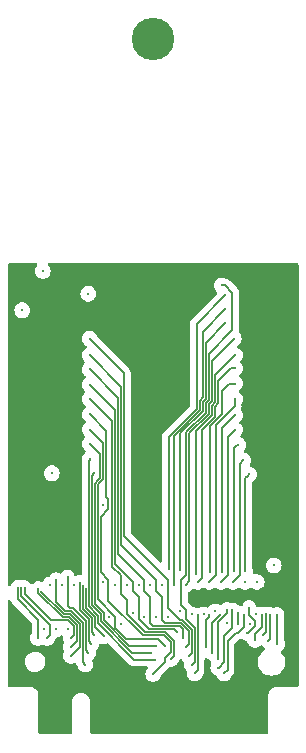
<source format=gbr>
%TF.GenerationSoftware,KiCad,Pcbnew,7.0.5*%
%TF.CreationDate,2023-09-25T03:15:30-05:00*%
%TF.ProjectId,Chimera_Nimean,4368696d-6572-4615-9f4e-696d65616e2e,rev?*%
%TF.SameCoordinates,Original*%
%TF.FileFunction,Copper,L2,Inr*%
%TF.FilePolarity,Positive*%
%FSLAX46Y46*%
G04 Gerber Fmt 4.6, Leading zero omitted, Abs format (unit mm)*
G04 Created by KiCad (PCBNEW 7.0.5) date 2023-09-25 03:15:30*
%MOMM*%
%LPD*%
G01*
G04 APERTURE LIST*
%TA.AperFunction,ComponentPad*%
%ADD10C,3.600000*%
%TD*%
%TA.AperFunction,ViaPad*%
%ADD11C,0.330000*%
%TD*%
%TA.AperFunction,Conductor*%
%ADD12C,0.127000*%
%TD*%
G04 APERTURE END LIST*
D10*
%TO.N,N/C*%
%TO.C,H1*%
X155000000Y-71000000D03*
%TD*%
D11*
%TO.N,GND*%
X164300000Y-116300000D03*
%TO.N,BOOT*%
X146400000Y-107800000D03*
%TO.N,Net-(CN1-1-Pad2)*%
X145250000Y-121750000D03*
%TO.N,Net-(CN1-1-Pad4)*%
X146000000Y-121750000D03*
%TO.N,Net-(CN1-1-Pad6)*%
X148000000Y-121750000D03*
%TO.N,Net-(CN1-1-Pad8)*%
X148000000Y-122500000D03*
%TO.N,Net-(CN1-1-Pad10)*%
X148000000Y-123250000D03*
%TO.N,Net-(CN1-20-Pad58)*%
X160500000Y-123500000D03*
%TO.N,Net-(CN1-20-Pad60)*%
X160500191Y-124250000D03*
%TO.N,Net-(CN1-20-Pad62)*%
X161000064Y-124750000D03*
%TO.N,Net-(CN1-20-Pad64)*%
X162200000Y-120600000D03*
%TO.N,Net-(CN1-1-Pad66)*%
X162900000Y-121300000D03*
%TO.N,Net-(CN1-1-Pad68)*%
X163600000Y-121900000D03*
%TO.N,Net-(CN1-1-Pad70)*%
X164250000Y-121500000D03*
%TO.N,Net-(CN1-1-Pad72)*%
X164750000Y-122000000D03*
%TO.N,Net-(CN1-1-Pad74)*%
X165500000Y-122250000D03*
%TO.N,Net-(CN1-1-Pad3)*%
X146250000Y-117250000D03*
%TO.N,Net-(CN1-1-Pad5)*%
X146750000Y-121000000D03*
%TO.N,Net-(CN1-1-Pad7)*%
X147250000Y-117250000D03*
%TO.N,Net-(CN1-1-Pad69)*%
X162750000Y-117000000D03*
%TO.N,Net-(CN1-1-Pad71)*%
X163700000Y-119750000D03*
%TO.N,Net-(CN1-1-Pad73)*%
X163750000Y-117000000D03*
%TO.N,GND*%
X153700000Y-98400000D03*
X144000000Y-92400000D03*
X156500000Y-101200000D03*
X155100000Y-101200000D03*
X155100000Y-96900000D03*
X143900000Y-106300000D03*
X156500000Y-96900000D03*
X145000000Y-95300000D03*
X153700000Y-99800000D03*
X157900000Y-99800000D03*
X148000000Y-109900000D03*
X157900000Y-98400000D03*
X164800000Y-91400000D03*
X156500000Y-98400000D03*
X155100000Y-99800000D03*
X155100000Y-98400000D03*
X146600000Y-90800000D03*
X156500000Y-99800000D03*
X147342873Y-91310718D03*
X163800000Y-115400000D03*
%TO.N,+3V3*%
X149500000Y-92600000D03*
X165200000Y-115600000D03*
X145750000Y-121000000D03*
X145625000Y-90675000D03*
X143900000Y-94000000D03*
%TO.N,IO4*%
X160800000Y-91900000D03*
X158250000Y-124000000D03*
%TO.N,IO5*%
X149600000Y-96400000D03*
X158000000Y-123250000D03*
%TO.N,IO1*%
X156250000Y-120000000D03*
X156300000Y-115900000D03*
X161100000Y-92700000D03*
%TO.N,IO6*%
X157750000Y-122500000D03*
X149600000Y-97800000D03*
%TO.N,IO2*%
X161100000Y-93900000D03*
X156750000Y-117250000D03*
%TO.N,IO7*%
X149600000Y-99000000D03*
X157500000Y-121750000D03*
%TO.N,TXD0*%
X161100000Y-95100000D03*
X157250000Y-119500000D03*
X157250000Y-116000000D03*
%TO.N,IO15*%
X157000000Y-121250000D03*
X149600000Y-100300000D03*
%TO.N,RXD0*%
X161800000Y-96400000D03*
X157750000Y-117250000D03*
%TO.N,IO16*%
X149600000Y-101500000D03*
X156500000Y-123500000D03*
%TO.N,IO42*%
X161900000Y-97800000D03*
X158600000Y-116300000D03*
X158250000Y-119750000D03*
%TO.N,IO17*%
X155000000Y-124800000D03*
X149600000Y-102800000D03*
%TO.N,IO41*%
X161900000Y-98900000D03*
X158750000Y-117000000D03*
%TO.N,IO18*%
X149600000Y-104100000D03*
X156000000Y-122400000D03*
%TO.N,IO40*%
X159800000Y-116200000D03*
X161900000Y-100200000D03*
X159250000Y-119750000D03*
%TO.N,IO8*%
X155200000Y-122400000D03*
X149600000Y-105300000D03*
%TO.N,IO39*%
X159750000Y-117000000D03*
X161900000Y-101500000D03*
%TO.N,IO19*%
X149600000Y-106600000D03*
X155173977Y-123573977D03*
%TO.N,IO38*%
X160800000Y-116200000D03*
X161900000Y-102900000D03*
X160250000Y-119500000D03*
%TO.N,IO20*%
X150000000Y-107800000D03*
X154762500Y-122987500D03*
%TO.N,IO37*%
X160750000Y-117000000D03*
X161900000Y-104100000D03*
%TO.N,IO45*%
X155750000Y-117250000D03*
%TO.N,IO36*%
X161800000Y-116100000D03*
X161250000Y-120500000D03*
X162200000Y-105400000D03*
%TO.N,IO48*%
X155250000Y-120000000D03*
%TO.N,IO35*%
X162600000Y-106700000D03*
X161750000Y-117000000D03*
%TO.N,IO47*%
X154750000Y-117250000D03*
%TO.N,BOOT*%
X162800000Y-116100000D03*
X163160605Y-120560605D03*
X163100000Y-107900000D03*
%TO.N,IO21*%
X154250000Y-120000000D03*
%TO.N,IO14*%
X153750000Y-117250000D03*
%TO.N,IO13*%
X153250000Y-119600000D03*
%TO.N,IO12*%
X152750000Y-117250000D03*
%TO.N,IO11*%
X152250000Y-120600000D03*
%TO.N,IO10*%
X151750000Y-117250000D03*
%TO.N,IO9*%
X151250000Y-120000000D03*
%TO.N,IO46*%
X150750000Y-117000000D03*
%TO.N,IO3*%
X150700000Y-110500000D03*
X148250000Y-117250000D03*
%TO.N,Net-(CN1-1-Pad9)*%
X147750000Y-121000000D03*
%TO.N,Net-(CN1-Pad20)*%
X149250000Y-124000000D03*
%TO.N,Net-(CN1-20-Pad22)*%
X149500000Y-123000000D03*
%TO.N,Net-(CN1-20-Pad24)*%
X149750000Y-122250000D03*
%TO.N,Net-(CN1-20-Pad26)*%
X150000000Y-121500000D03*
%TO.N,Net-(CN1-20-Pad28)*%
X150800000Y-121600000D03*
%TO.N,Net-(CN1-20-Pad52)*%
X158500000Y-124750000D03*
%TO.N,Net-(CN1-20-Pad54)*%
X159500000Y-122500000D03*
%TO.N,Net-(CN1-20-Pad56)*%
X160000000Y-123000000D03*
%TD*%
D12*
%TO.N,Net-(CN1-1-Pad66)*%
X163600000Y-120711645D02*
X163600000Y-120300000D01*
X163600000Y-120300000D02*
X163100000Y-119800000D01*
X163011645Y-121300000D02*
X163600000Y-120711645D01*
X162900000Y-121300000D02*
X163011645Y-121300000D01*
X163100000Y-119800000D02*
X163100000Y-119100000D01*
%TO.N,Net-(CN1-1-Pad68)*%
X163600000Y-121900000D02*
X163600000Y-121400000D01*
X164200000Y-120800000D02*
X164200000Y-119700000D01*
X163600000Y-121400000D02*
X164200000Y-120800000D01*
%TO.N,Net-(CN1-1-Pad2)*%
X143500000Y-118468420D02*
X143500000Y-117400000D01*
X145250000Y-120218420D02*
X143500000Y-118468420D01*
X145250000Y-121750000D02*
X145250000Y-120218420D01*
%TO.N,Net-(CN1-1-Pad4)*%
X146000000Y-121750000D02*
X146250000Y-121500000D01*
X146250000Y-120650000D02*
X143800000Y-118200000D01*
X146250000Y-121500000D02*
X146250000Y-120650000D01*
X143800000Y-118200000D02*
X143800000Y-117400000D01*
%TO.N,Net-(CN1-1-Pad6)*%
X147750000Y-120250000D02*
X146350000Y-120250000D01*
X146350000Y-120250000D02*
X144100000Y-118000000D01*
X144100000Y-118000000D02*
X144100000Y-117400000D01*
X148250000Y-120750000D02*
X147750000Y-120250000D01*
X148250000Y-121500000D02*
X148250000Y-120750000D01*
X148000000Y-121750000D02*
X148250000Y-121500000D01*
%TO.N,Net-(CN1-1-Pad8)*%
X145274000Y-117946370D02*
X145274000Y-117476000D01*
X148000000Y-122500000D02*
X148504000Y-121996000D01*
X147323630Y-119996000D02*
X145274000Y-117946370D01*
X148504000Y-120644790D02*
X147855210Y-119996000D01*
X147855210Y-119996000D02*
X147323630Y-119996000D01*
X148504000Y-121996000D02*
X148504000Y-120644790D01*
%TO.N,Net-(CN1-1-Pad10)*%
X147428840Y-119742000D02*
X145528000Y-117841160D01*
X145528000Y-117841160D02*
X145528000Y-117750000D01*
X147960420Y-119742000D02*
X147428840Y-119742000D01*
X148758000Y-122492000D02*
X148758000Y-120539580D01*
X148000000Y-123250000D02*
X148758000Y-122492000D01*
X148758000Y-120539580D02*
X147960420Y-119742000D01*
%TO.N,Net-(CN1-20-Pad58)*%
X161250000Y-119609210D02*
X161250000Y-119250000D01*
X160500000Y-121250000D02*
X160500000Y-120359210D01*
X160804605Y-120054605D02*
X161250000Y-119609210D01*
X160500000Y-120359210D02*
X160804605Y-120054605D01*
X160500000Y-123500000D02*
X160500000Y-121250000D01*
%TO.N,Net-(CN1-20-Pad60)*%
X160500191Y-124250000D02*
X160550000Y-124250000D01*
X161000000Y-121600000D02*
X161700000Y-120900000D01*
X161700000Y-120900000D02*
X161700000Y-119300000D01*
X161000000Y-123800000D02*
X161000000Y-121600000D01*
X160550000Y-124250000D02*
X161000000Y-123800000D01*
%TO.N,Net-(CN1-20-Pad62)*%
X161300000Y-124450064D02*
X161300000Y-122000000D01*
X162200000Y-121300000D02*
X162700000Y-120800000D01*
X161000064Y-124750000D02*
X161300000Y-124450064D01*
X162700000Y-120800000D02*
X162700000Y-119700000D01*
X162000000Y-121300000D02*
X162200000Y-121300000D01*
X161300000Y-122000000D02*
X162000000Y-121300000D01*
%TO.N,Net-(CN1-20-Pad64)*%
X162200000Y-120600000D02*
X162200000Y-119550000D01*
%TO.N,Net-(CN1-1-Pad70)*%
X164250000Y-121500000D02*
X164500000Y-121250000D01*
X164500000Y-121250000D02*
X164500000Y-119650000D01*
%TO.N,Net-(CN1-1-Pad72)*%
X164900000Y-121850000D02*
X164900000Y-121000000D01*
X164750000Y-122000000D02*
X164900000Y-121850000D01*
X164900000Y-121000000D02*
X164900000Y-119700000D01*
%TO.N,Net-(CN1-1-Pad74)*%
X165500000Y-122250000D02*
X165500000Y-119700000D01*
%TO.N,IO4*%
X158250000Y-124000000D02*
X158508000Y-123742000D01*
X158508000Y-120906790D02*
X157750000Y-120148790D01*
X159417605Y-101863975D02*
X159692000Y-101589580D01*
X157800000Y-104281580D02*
X159417605Y-102663975D01*
X159692000Y-97708000D02*
X161700000Y-95700000D01*
X159417605Y-102663975D02*
X159417605Y-101863975D01*
X158508000Y-123742000D02*
X158508000Y-120906790D01*
X157332500Y-116867500D02*
X157800000Y-116400000D01*
X161700000Y-92500000D02*
X161100000Y-91900000D01*
X161100000Y-91900000D02*
X160800000Y-91900000D01*
X159692000Y-101589580D02*
X159692000Y-97708000D01*
X157332500Y-118932500D02*
X157332500Y-116867500D01*
X161700000Y-95700000D02*
X161700000Y-92500000D01*
X157800000Y-116400000D02*
X157800000Y-104281580D01*
X157750000Y-119350000D02*
X157332500Y-118932500D01*
X157750000Y-120148790D02*
X157750000Y-119350000D01*
%TO.N,IO5*%
X156200000Y-119200000D02*
X156200000Y-117400000D01*
X156200000Y-116800000D02*
X155700000Y-116300000D01*
X158000000Y-123250000D02*
X158254000Y-122996000D01*
X156750000Y-119750000D02*
X156200000Y-119200000D01*
X155700000Y-116300000D02*
X152516000Y-113116000D01*
X156200000Y-117400000D02*
X156200000Y-116800000D01*
X152516000Y-112500000D02*
X152516000Y-99316000D01*
X158254000Y-122996000D02*
X158254000Y-121035580D01*
X157460420Y-120242000D02*
X157242000Y-120242000D01*
X152516000Y-99316000D02*
X149600000Y-96400000D01*
X157242000Y-120242000D02*
X156750000Y-119750000D01*
X158254000Y-121035580D02*
X157460420Y-120242000D01*
X152516000Y-113116000D02*
X152516000Y-112500000D01*
%TO.N,IO1*%
X156300000Y-115900000D02*
X156300000Y-104703950D01*
X158655605Y-95144395D02*
X161100000Y-92700000D01*
X156300000Y-104703950D02*
X158655605Y-102348345D01*
X158655605Y-102348345D02*
X158655605Y-95144395D01*
%TO.N,IO6*%
X152262000Y-113862000D02*
X152262000Y-113200000D01*
X158000000Y-122250000D02*
X158000000Y-121500000D01*
X155250000Y-117750000D02*
X155250000Y-116850000D01*
X152262000Y-113200000D02*
X152262000Y-100462000D01*
X154400000Y-116000000D02*
X152262000Y-113862000D01*
X157355210Y-120496000D02*
X157250000Y-120496000D01*
X155996000Y-120496000D02*
X155750000Y-120250000D01*
X157750000Y-122500000D02*
X158000000Y-122250000D01*
X152262000Y-100462000D02*
X149600000Y-97800000D01*
X157250000Y-120496000D02*
X155996000Y-120496000D01*
X158000000Y-121500000D02*
X158000000Y-121140790D01*
X155750000Y-118250000D02*
X155250000Y-117750000D01*
X158000000Y-121140790D02*
X157355210Y-120496000D01*
X155750000Y-120250000D02*
X155750000Y-118250000D01*
X155250000Y-116850000D02*
X154400000Y-116000000D01*
%TO.N,IO2*%
X158909605Y-102453555D02*
X158909605Y-101653555D01*
X159184000Y-101379160D02*
X159184000Y-95816000D01*
X156750000Y-104613160D02*
X158909605Y-102453555D01*
X159184000Y-95816000D02*
X161100000Y-93900000D01*
X156750000Y-117250000D02*
X156750000Y-104613160D01*
X158909605Y-101653555D02*
X159184000Y-101379160D01*
%TO.N,IO7*%
X154250000Y-116850000D02*
X152008000Y-114608000D01*
X157250000Y-120750000D02*
X155000000Y-120750000D01*
X154750000Y-120500000D02*
X154750000Y-118250000D01*
X152008000Y-114608000D02*
X152008000Y-101408000D01*
X157500000Y-121750000D02*
X157500000Y-121000000D01*
X154250000Y-117750000D02*
X154250000Y-116850000D01*
X154750000Y-118250000D02*
X154250000Y-117750000D01*
X157500000Y-121000000D02*
X157250000Y-120750000D01*
X152008000Y-101408000D02*
X149600000Y-99000000D01*
X155000000Y-120750000D02*
X154750000Y-120500000D01*
%TO.N,TXD0*%
X157250000Y-116000000D02*
X157300000Y-115950000D01*
X159438000Y-96762000D02*
X161100000Y-95100000D01*
X159438000Y-101484370D02*
X159438000Y-96762000D01*
X157300000Y-104422370D02*
X159163605Y-102558765D01*
X157300000Y-115950000D02*
X157300000Y-104422370D01*
X159163605Y-102558765D02*
X159163605Y-101758765D01*
X159163605Y-101758765D02*
X159438000Y-101484370D01*
%TO.N,IO15*%
X153250000Y-116996000D02*
X151754000Y-115500000D01*
X153750000Y-120150000D02*
X153750000Y-118250000D01*
X154604000Y-121004000D02*
X153750000Y-120150000D01*
X157000000Y-121250000D02*
X156754000Y-121004000D01*
X153250000Y-117750000D02*
X153250000Y-116996000D01*
X151754000Y-102454000D02*
X149600000Y-100300000D01*
X151754000Y-115500000D02*
X151754000Y-102454000D01*
X156754000Y-121004000D02*
X154604000Y-121004000D01*
X153750000Y-118250000D02*
X153250000Y-117750000D01*
%TO.N,RXD0*%
X159946000Y-101694790D02*
X159946000Y-98254000D01*
X158054000Y-116946000D02*
X158054000Y-104386790D01*
X158054000Y-104386790D02*
X159671605Y-102769185D01*
X159946000Y-98254000D02*
X161800000Y-96400000D01*
X159671605Y-102769185D02*
X159671605Y-101969185D01*
X157750000Y-117250000D02*
X158054000Y-116946000D01*
X159671605Y-101969185D02*
X159946000Y-101694790D01*
%TO.N,IO16*%
X156500000Y-123500000D02*
X156750000Y-123250000D01*
X156008000Y-121258000D02*
X154258000Y-121258000D01*
X152250000Y-118000000D02*
X152250000Y-116450000D01*
X151500000Y-103400000D02*
X149600000Y-101500000D01*
X152250000Y-116450000D02*
X151500000Y-115700000D01*
X152750000Y-118500000D02*
X152250000Y-118000000D01*
X152750000Y-119750000D02*
X152750000Y-118500000D01*
X151500000Y-115700000D02*
X151500000Y-103400000D01*
X156750000Y-122000000D02*
X156008000Y-121258000D01*
X154258000Y-121258000D02*
X152750000Y-119750000D01*
X156750000Y-123250000D02*
X156750000Y-122000000D01*
%TO.N,IO42*%
X158600000Y-116300000D02*
X158600000Y-104200000D01*
X159925605Y-102874395D02*
X159925605Y-102074395D01*
X160200000Y-101800000D02*
X160200000Y-99500000D01*
X160200000Y-99500000D02*
X161900000Y-97800000D01*
X158600000Y-104200000D02*
X159925605Y-102874395D01*
X159925605Y-102074395D02*
X160200000Y-101800000D01*
%TO.N,IO17*%
X156000000Y-123800000D02*
X156000000Y-123400000D01*
X150528000Y-116128000D02*
X150528000Y-111472000D01*
X151008000Y-109808000D02*
X151008000Y-104208000D01*
X156496000Y-122105210D02*
X155902790Y-121512000D01*
X155902790Y-121512000D02*
X154088000Y-121512000D01*
X151200000Y-110000000D02*
X151008000Y-109808000D01*
X156000000Y-123400000D02*
X156496000Y-122904000D01*
X151200000Y-116800000D02*
X150528000Y-116128000D01*
X150528000Y-111472000D02*
X151200000Y-110800000D01*
X151200000Y-118624000D02*
X151200000Y-116800000D01*
X155000000Y-124800000D02*
X156000000Y-123800000D01*
X151008000Y-104208000D02*
X149600000Y-102800000D01*
X156496000Y-122904000D02*
X156496000Y-122105210D01*
X154088000Y-121512000D02*
X151200000Y-118624000D01*
X151200000Y-110800000D02*
X151200000Y-110000000D01*
%TO.N,IO41*%
X160500000Y-100000000D02*
X161600000Y-98900000D01*
X159100000Y-104100000D02*
X160179605Y-103020395D01*
X158750000Y-117000000D02*
X159100000Y-116650000D01*
X160179605Y-102179605D02*
X160500000Y-101859210D01*
X159100000Y-116650000D02*
X159100000Y-104100000D01*
X160179605Y-103020395D02*
X160179605Y-102179605D01*
X161600000Y-98900000D02*
X161900000Y-98900000D01*
X160500000Y-101859210D02*
X160500000Y-100000000D01*
%TO.N,IO18*%
X156000000Y-122400000D02*
X155400000Y-121800000D01*
X150754000Y-108305210D02*
X150754000Y-107900000D01*
X150274000Y-108785210D02*
X150429605Y-108629605D01*
X150274000Y-116000000D02*
X150274000Y-108785210D01*
X150274000Y-118424000D02*
X150274000Y-117674000D01*
X150754000Y-107900000D02*
X150754000Y-105254000D01*
X151788815Y-119938815D02*
X150274000Y-118424000D01*
X150429605Y-108629605D02*
X150754000Y-108305210D01*
X150274000Y-117674000D02*
X150274000Y-116000000D01*
X150754000Y-105254000D02*
X149600000Y-104100000D01*
X151788815Y-120870395D02*
X151788815Y-119938815D01*
X155400000Y-121800000D02*
X152718420Y-121800000D01*
X152718420Y-121800000D02*
X151788815Y-120870395D01*
%TO.N,IO40*%
X160800000Y-100800000D02*
X161400000Y-100200000D01*
X161400000Y-100200000D02*
X161900000Y-100200000D01*
X160800000Y-102800000D02*
X160800000Y-100800000D01*
X159800000Y-103800000D02*
X160800000Y-102800000D01*
X159800000Y-116200000D02*
X159800000Y-103800000D01*
%TO.N,IO8*%
X150020000Y-108680000D02*
X150300000Y-108400000D01*
X150500000Y-108200000D02*
X150500000Y-107500000D01*
X150300000Y-108400000D02*
X150500000Y-108200000D01*
X150020000Y-118864740D02*
X150020000Y-117820000D01*
X155200000Y-122400000D02*
X152959210Y-122400000D01*
X150020000Y-117568790D02*
X150020000Y-116800000D01*
X150790000Y-120230790D02*
X150790000Y-119634740D01*
X150020000Y-110900000D02*
X150020000Y-108680000D01*
X150020000Y-117820000D02*
X150020000Y-117568790D01*
X150020000Y-116800000D02*
X150020000Y-111400000D01*
X150020000Y-111400000D02*
X150020000Y-110920000D01*
X150500000Y-107500000D02*
X150500000Y-106200000D01*
X152959210Y-122400000D02*
X150790000Y-120230790D01*
X150790000Y-119634740D02*
X150020000Y-118864740D01*
X150500000Y-106200000D02*
X149600000Y-105300000D01*
X150020000Y-110920000D02*
X150020000Y-110900000D01*
%TO.N,IO39*%
X160300000Y-116450000D02*
X160300000Y-103700000D01*
X161900000Y-102100000D02*
X161900000Y-101500000D01*
X159750000Y-117000000D02*
X160300000Y-116450000D01*
X160300000Y-103700000D02*
X161900000Y-102100000D01*
%TO.N,IO19*%
X155173977Y-123573977D02*
X153373977Y-123573977D01*
X150282000Y-119845160D02*
X149512000Y-119075160D01*
X153373977Y-123573977D02*
X150282000Y-120482000D01*
X149512000Y-106788000D02*
X149600000Y-106700000D01*
X149600000Y-106700000D02*
X149600000Y-106600000D01*
X150282000Y-120482000D02*
X150282000Y-119845160D01*
X149512000Y-117750000D02*
X149512000Y-106788000D01*
X149512000Y-119075160D02*
X149512000Y-117750000D01*
%TO.N,IO38*%
X160800000Y-104000000D02*
X161900000Y-102900000D01*
X160800000Y-116200000D02*
X160800000Y-104000000D01*
%TO.N,IO20*%
X153187500Y-122987500D02*
X150536000Y-120336000D01*
X149766000Y-118969950D02*
X149766000Y-118000000D01*
X149766000Y-118000000D02*
X149766000Y-108034000D01*
X150536000Y-119739950D02*
X149766000Y-118969950D01*
X149766000Y-108034000D02*
X150000000Y-107800000D01*
X150536000Y-120336000D02*
X150536000Y-119739950D01*
X154762500Y-122987500D02*
X153187500Y-122987500D01*
%TO.N,IO37*%
X161300000Y-115000000D02*
X161300000Y-104700000D01*
X161300000Y-116450000D02*
X161300000Y-115000000D01*
X161300000Y-104700000D02*
X161900000Y-104100000D01*
X160750000Y-117000000D02*
X161300000Y-116450000D01*
%TO.N,IO36*%
X161800000Y-116100000D02*
X161800000Y-105700000D01*
X161800000Y-105700000D02*
X162100000Y-105400000D01*
X162100000Y-105400000D02*
X162200000Y-105400000D01*
%TO.N,IO35*%
X162300000Y-115200000D02*
X162300000Y-107000000D01*
X162300000Y-107000000D02*
X162600000Y-106700000D01*
X161750000Y-117000000D02*
X162300000Y-116450000D01*
X162300000Y-116450000D02*
X162300000Y-115200000D01*
%TO.N,BOOT*%
X162800000Y-108200000D02*
X163000000Y-108000000D01*
X163000000Y-108000000D02*
X163100000Y-107900000D01*
X162800000Y-116100000D02*
X162800000Y-108200000D01*
%TO.N,Net-(CN1-Pad20)*%
X147534050Y-119488000D02*
X146750000Y-118703950D01*
X149012000Y-123762000D02*
X149012000Y-120434370D01*
X148065630Y-119488000D02*
X147534050Y-119488000D01*
X146750000Y-118703950D02*
X146750000Y-116750000D01*
X149012000Y-120434370D02*
X148065630Y-119488000D01*
X149250000Y-124000000D02*
X149012000Y-123762000D01*
%TO.N,Net-(CN1-20-Pad22)*%
X149266000Y-120266000D02*
X148234000Y-119234000D01*
X147960420Y-119234000D02*
X147750000Y-119023580D01*
X147750000Y-119023580D02*
X147750000Y-116500000D01*
X149266000Y-122766000D02*
X149266000Y-120266000D01*
X149500000Y-123000000D02*
X149266000Y-122766000D01*
X148234000Y-119234000D02*
X147960420Y-119234000D01*
%TO.N,Net-(CN1-20-Pad24)*%
X149520000Y-122020000D02*
X149520000Y-120160790D01*
X149520000Y-120160790D02*
X148750000Y-119390790D01*
X149750000Y-122250000D02*
X149520000Y-122020000D01*
X148750000Y-119390790D02*
X148750000Y-117000000D01*
%TO.N,Net-(CN1-20-Pad26)*%
X149004000Y-119285580D02*
X149004000Y-117250000D01*
X150000000Y-121500000D02*
X149774000Y-121274000D01*
X149774000Y-120055580D02*
X149004000Y-119285580D01*
X149774000Y-121274000D02*
X149774000Y-120055580D01*
%TO.N,Net-(CN1-20-Pad28)*%
X150028000Y-119950370D02*
X149258000Y-119180370D01*
X150800000Y-121600000D02*
X150028000Y-120828000D01*
X149258000Y-119180370D02*
X149258000Y-117500000D01*
X150028000Y-120828000D02*
X150028000Y-119950370D01*
%TO.N,Net-(CN1-20-Pad52)*%
X158500000Y-124750000D02*
X158762000Y-124488000D01*
X158762000Y-122750000D02*
X158762000Y-119762000D01*
X158762000Y-119762000D02*
X158750000Y-119750000D01*
X158762000Y-124488000D02*
X158762000Y-122750000D01*
%TO.N,Net-(CN1-20-Pad54)*%
X159500000Y-122500000D02*
X159500000Y-120250000D01*
X159750000Y-120000000D02*
X159750000Y-119750000D01*
X159500000Y-120250000D02*
X159750000Y-120000000D01*
%TO.N,Net-(CN1-20-Pad56)*%
X160000000Y-123000000D02*
X160000000Y-120500000D01*
X160000000Y-120500000D02*
X160750000Y-119750000D01*
%TD*%
%TA.AperFunction,Conductor*%
%TO.N,GND*%
G36*
X145123410Y-90019685D02*
G01*
X145169165Y-90072489D01*
X145179109Y-90141647D01*
X145150084Y-90205203D01*
X145138599Y-90216815D01*
X145123207Y-90230450D01*
X145123205Y-90230453D01*
X145031402Y-90363453D01*
X145031401Y-90363454D01*
X144974091Y-90514565D01*
X144954612Y-90674999D01*
X144954612Y-90675000D01*
X144974091Y-90835434D01*
X145031400Y-90986545D01*
X145031401Y-90986545D01*
X145123207Y-91119549D01*
X145244176Y-91226719D01*
X145387277Y-91301824D01*
X145544194Y-91340500D01*
X145705806Y-91340500D01*
X145862723Y-91301824D01*
X146005824Y-91226719D01*
X146126793Y-91119549D01*
X146218599Y-90986545D01*
X146275908Y-90835434D01*
X146295388Y-90675000D01*
X146275908Y-90514566D01*
X146218599Y-90363455D01*
X146126793Y-90230451D01*
X146111400Y-90216814D01*
X146074275Y-90157625D01*
X146075043Y-90087759D01*
X146113461Y-90029400D01*
X146177332Y-90001076D01*
X146193629Y-90000000D01*
X167175500Y-90000000D01*
X167242539Y-90019685D01*
X167288294Y-90072489D01*
X167299500Y-90124000D01*
X167299500Y-125775500D01*
X167279815Y-125842539D01*
X167227011Y-125888294D01*
X167175500Y-125899500D01*
X165356005Y-125899500D01*
X165220677Y-125926418D01*
X165220667Y-125926421D01*
X165093195Y-125979221D01*
X165093182Y-125979228D01*
X164978458Y-126055885D01*
X164978454Y-126055888D01*
X164880888Y-126153454D01*
X164880885Y-126153458D01*
X164804228Y-126268182D01*
X164804221Y-126268195D01*
X164751421Y-126395667D01*
X164751418Y-126395677D01*
X164724500Y-126531004D01*
X164724500Y-129775500D01*
X164704815Y-129842539D01*
X164652011Y-129888294D01*
X164600500Y-129899500D01*
X149799500Y-129899500D01*
X149732461Y-129879815D01*
X149686706Y-129827011D01*
X149675500Y-129775500D01*
X149675500Y-127115864D01*
X149640514Y-126951269D01*
X149640512Y-126951264D01*
X149616832Y-126898078D01*
X149572072Y-126797546D01*
X149473164Y-126661411D01*
X149348114Y-126548815D01*
X149202386Y-126464679D01*
X149202380Y-126464676D01*
X149042353Y-126412681D01*
X149042350Y-126412680D01*
X148875000Y-126395091D01*
X148707650Y-126412680D01*
X148707647Y-126412680D01*
X148707646Y-126412681D01*
X148547619Y-126464676D01*
X148547613Y-126464679D01*
X148401887Y-126548814D01*
X148276837Y-126661409D01*
X148177927Y-126797546D01*
X148109487Y-126951264D01*
X148109485Y-126951269D01*
X148074500Y-127115864D01*
X148074500Y-129775500D01*
X148054815Y-129842539D01*
X148002011Y-129888294D01*
X147950500Y-129899500D01*
X145399500Y-129899500D01*
X145332461Y-129879815D01*
X145286706Y-129827011D01*
X145275500Y-129775500D01*
X145275500Y-126531004D01*
X145248581Y-126395677D01*
X145248580Y-126395676D01*
X145248580Y-126395672D01*
X145209159Y-126300500D01*
X145195778Y-126268195D01*
X145195771Y-126268182D01*
X145119114Y-126153458D01*
X145119111Y-126153454D01*
X145021545Y-126055888D01*
X145021541Y-126055885D01*
X144906817Y-125979228D01*
X144906804Y-125979221D01*
X144779332Y-125926421D01*
X144779322Y-125926418D01*
X144643995Y-125899500D01*
X144643993Y-125899500D01*
X144597590Y-125899500D01*
X144022590Y-125899500D01*
X142824500Y-125899500D01*
X142757461Y-125879815D01*
X142711706Y-125827011D01*
X142700500Y-125775500D01*
X142700500Y-123728296D01*
X144141786Y-123728296D01*
X144151848Y-123913886D01*
X144151848Y-123913891D01*
X144201569Y-124092972D01*
X144201573Y-124092980D01*
X144288633Y-124257192D01*
X144372097Y-124355453D01*
X144408959Y-124398850D01*
X144556925Y-124511331D01*
X144556926Y-124511331D01*
X144556927Y-124511332D01*
X144725607Y-124589372D01*
X144725615Y-124589375D01*
X144780684Y-124601496D01*
X144907131Y-124629329D01*
X144907134Y-124629329D01*
X145046391Y-124629329D01*
X145046396Y-124629329D01*
X145184839Y-124614272D01*
X145360975Y-124554925D01*
X145520235Y-124459102D01*
X145655172Y-124331283D01*
X145759477Y-124177444D01*
X145764236Y-124165500D01*
X145828272Y-124004784D01*
X145828273Y-124004780D01*
X145858342Y-123821364D01*
X145848280Y-123635771D01*
X145831433Y-123575092D01*
X145798558Y-123456685D01*
X145798554Y-123456677D01*
X145711494Y-123292465D01*
X145591169Y-123150808D01*
X145580279Y-123142530D01*
X145443203Y-123038327D01*
X145443201Y-123038326D01*
X145443200Y-123038325D01*
X145274520Y-122960285D01*
X145274512Y-122960282D01*
X145092997Y-122920329D01*
X144953732Y-122920329D01*
X144953730Y-122920329D01*
X144815290Y-122935385D01*
X144815287Y-122935386D01*
X144639147Y-122994735D01*
X144479891Y-123090557D01*
X144479890Y-123090558D01*
X144344954Y-123218375D01*
X144240649Y-123372216D01*
X144240648Y-123372218D01*
X144171855Y-123544873D01*
X144154204Y-123652544D01*
X144147318Y-123694553D01*
X144141786Y-123728296D01*
X142700500Y-123728296D01*
X142700500Y-118608459D01*
X142720185Y-118541420D01*
X142772989Y-118495665D01*
X142842147Y-118485721D01*
X142905703Y-118514746D01*
X142943477Y-118573524D01*
X142947438Y-118592270D01*
X142949570Y-118608459D01*
X142950517Y-118615653D01*
X142950517Y-118615654D01*
X143007347Y-118752854D01*
X143060345Y-118821923D01*
X143097749Y-118870669D01*
X143124103Y-118890891D01*
X143130208Y-118896245D01*
X144649681Y-120415718D01*
X144683166Y-120477041D01*
X144686000Y-120503399D01*
X144686000Y-121356933D01*
X144666315Y-121423972D01*
X144664051Y-121427372D01*
X144656401Y-121438454D01*
X144599091Y-121589565D01*
X144579612Y-121749999D01*
X144579612Y-121750000D01*
X144599091Y-121910434D01*
X144627441Y-121985185D01*
X144656401Y-122061545D01*
X144748207Y-122194549D01*
X144869176Y-122301719D01*
X145012277Y-122376824D01*
X145169194Y-122415500D01*
X145330806Y-122415500D01*
X145487723Y-122376824D01*
X145567376Y-122335018D01*
X145635882Y-122321293D01*
X145682621Y-122335017D01*
X145762277Y-122376824D01*
X145919194Y-122415500D01*
X146080806Y-122415500D01*
X146237723Y-122376824D01*
X146380824Y-122301719D01*
X146501793Y-122194549D01*
X146593599Y-122061545D01*
X146649270Y-121914751D01*
X146666827Y-121883252D01*
X146742653Y-121784433D01*
X146763497Y-121734109D01*
X146807336Y-121679709D01*
X146848379Y-121661168D01*
X146987723Y-121626824D01*
X147130824Y-121551719D01*
X147135811Y-121547300D01*
X147199037Y-121517575D01*
X147268301Y-121526752D01*
X147321609Y-121571918D01*
X147342035Y-121638735D01*
X147341139Y-121655055D01*
X147329612Y-121749998D01*
X147329612Y-121750000D01*
X147349091Y-121910434D01*
X147406399Y-122061541D01*
X147409462Y-122067376D01*
X147423185Y-122135885D01*
X147409462Y-122182624D01*
X147406399Y-122188458D01*
X147349091Y-122339565D01*
X147329612Y-122499999D01*
X147329612Y-122500000D01*
X147349091Y-122660434D01*
X147406399Y-122811541D01*
X147409462Y-122817376D01*
X147423185Y-122885885D01*
X147409462Y-122932624D01*
X147406399Y-122938458D01*
X147349091Y-123089565D01*
X147329612Y-123249999D01*
X147329612Y-123250000D01*
X147349091Y-123410434D01*
X147373460Y-123474688D01*
X147406401Y-123561545D01*
X147498207Y-123694549D01*
X147619176Y-123801719D01*
X147762277Y-123876824D01*
X147919194Y-123915500D01*
X148080806Y-123915500D01*
X148237723Y-123876824D01*
X148291120Y-123848798D01*
X148359629Y-123835073D01*
X148424682Y-123860566D01*
X148463307Y-123911142D01*
X148519346Y-124046431D01*
X148519349Y-124046436D01*
X148534844Y-124066630D01*
X148580438Y-124126051D01*
X148598003Y-124157564D01*
X148622620Y-124222473D01*
X148648850Y-124291636D01*
X148656402Y-124311547D01*
X148733811Y-124423693D01*
X148748207Y-124444549D01*
X148869176Y-124551719D01*
X149012277Y-124626824D01*
X149169194Y-124665500D01*
X149330806Y-124665500D01*
X149487723Y-124626824D01*
X149630824Y-124551719D01*
X149751793Y-124444549D01*
X149843599Y-124311545D01*
X149900908Y-124160434D01*
X149920388Y-124000000D01*
X149920257Y-123998925D01*
X149900908Y-123839566D01*
X149885113Y-123797918D01*
X149844494Y-123690816D01*
X149839128Y-123621158D01*
X149872275Y-123559651D01*
X149878210Y-123554034D01*
X149880821Y-123551720D01*
X149880824Y-123551719D01*
X150001793Y-123444549D01*
X150093599Y-123311545D01*
X150150908Y-123160434D01*
X150170388Y-123000000D01*
X150152652Y-122853932D01*
X150164112Y-122785011D01*
X150193522Y-122746172D01*
X150251792Y-122694550D01*
X150271844Y-122665500D01*
X150343599Y-122561545D01*
X150400908Y-122410434D01*
X150410372Y-122332487D01*
X150437993Y-122268310D01*
X150495927Y-122229253D01*
X150563141Y-122227037D01*
X150719194Y-122265500D01*
X150880806Y-122265500D01*
X151037723Y-122226824D01*
X151082510Y-122203317D01*
X151151017Y-122189592D01*
X151216070Y-122215084D01*
X151227816Y-122225433D01*
X152946149Y-123943766D01*
X152951500Y-123949867D01*
X152971727Y-123976227D01*
X153001308Y-123998925D01*
X153001309Y-123998926D01*
X153042369Y-124030431D01*
X153089542Y-124066629D01*
X153089543Y-124066629D01*
X153089544Y-124066630D01*
X153153139Y-124092972D01*
X153226743Y-124123460D01*
X153373976Y-124142845D01*
X153373977Y-124142845D01*
X153406919Y-124138507D01*
X153415020Y-124137977D01*
X154416723Y-124137977D01*
X154483762Y-124157662D01*
X154529517Y-124210466D01*
X154539461Y-124279624D01*
X154510436Y-124343180D01*
X154498953Y-124354790D01*
X154498209Y-124355448D01*
X154498205Y-124355453D01*
X154406402Y-124488453D01*
X154406401Y-124488454D01*
X154349091Y-124639565D01*
X154329612Y-124799999D01*
X154329612Y-124800000D01*
X154349091Y-124960434D01*
X154387439Y-125061547D01*
X154406401Y-125111545D01*
X154498207Y-125244549D01*
X154619176Y-125351719D01*
X154762277Y-125426824D01*
X154919194Y-125465500D01*
X155080806Y-125465500D01*
X155237723Y-125426824D01*
X155380824Y-125351719D01*
X155501793Y-125244549D01*
X155593599Y-125111545D01*
X155649856Y-124963205D01*
X155678113Y-124919502D01*
X156369803Y-124227812D01*
X156375888Y-124222476D01*
X156402250Y-124202250D01*
X156402250Y-124202249D01*
X156402682Y-124201819D01*
X156403134Y-124201571D01*
X156408701Y-124197301D01*
X156409366Y-124198168D01*
X156464005Y-124168334D01*
X156490363Y-124165500D01*
X156580806Y-124165500D01*
X156737723Y-124126824D01*
X156880824Y-124051719D01*
X157001793Y-123944549D01*
X157093599Y-123811545D01*
X157149270Y-123664751D01*
X157166827Y-123633252D01*
X157215328Y-123570042D01*
X157271754Y-123528843D01*
X157341500Y-123524688D01*
X157402421Y-123558901D01*
X157415750Y-123575090D01*
X157498207Y-123694549D01*
X157498209Y-123694551D01*
X157498211Y-123694553D01*
X157556478Y-123746173D01*
X157593605Y-123805362D01*
X157597347Y-123853934D01*
X157579612Y-123999999D01*
X157579612Y-124000000D01*
X157599091Y-124160434D01*
X157648853Y-124291642D01*
X157656401Y-124311545D01*
X157748207Y-124444549D01*
X157748209Y-124444551D01*
X157748211Y-124444553D01*
X157806478Y-124496173D01*
X157843605Y-124555362D01*
X157847347Y-124603934D01*
X157829612Y-124749999D01*
X157829612Y-124750000D01*
X157849091Y-124910434D01*
X157869107Y-124963210D01*
X157906401Y-125061545D01*
X157998207Y-125194549D01*
X158119176Y-125301719D01*
X158262277Y-125376824D01*
X158419194Y-125415500D01*
X158580806Y-125415500D01*
X158737723Y-125376824D01*
X158880824Y-125301719D01*
X159001793Y-125194549D01*
X159093599Y-125061545D01*
X159146540Y-124921950D01*
X159164106Y-124890437D01*
X159164248Y-124890250D01*
X159164250Y-124890250D01*
X159219024Y-124818867D01*
X159254653Y-124772433D01*
X159311483Y-124635234D01*
X159330867Y-124488000D01*
X159326530Y-124455063D01*
X159326000Y-124446963D01*
X159326000Y-123567503D01*
X159345685Y-123500464D01*
X159398489Y-123454709D01*
X159467647Y-123444765D01*
X159531203Y-123473790D01*
X159532105Y-123474580D01*
X159619176Y-123551719D01*
X159762277Y-123626824D01*
X159780792Y-123631387D01*
X159841172Y-123666540D01*
X159867059Y-123707811D01*
X159906401Y-123811545D01*
X159906405Y-123811551D01*
X159909557Y-123817557D01*
X159923280Y-123886066D01*
X159909560Y-123932798D01*
X159906594Y-123938450D01*
X159849282Y-124089565D01*
X159829803Y-124249999D01*
X159829803Y-124250000D01*
X159849282Y-124410434D01*
X159901424Y-124547918D01*
X159906592Y-124561545D01*
X159998398Y-124694549D01*
X160119367Y-124801719D01*
X160215768Y-124852314D01*
X160262468Y-124876824D01*
X160280844Y-124881353D01*
X160341224Y-124916509D01*
X160367111Y-124957778D01*
X160369171Y-124963210D01*
X160406465Y-125061545D01*
X160498271Y-125194549D01*
X160619240Y-125301719D01*
X160762341Y-125376824D01*
X160919258Y-125415500D01*
X161080870Y-125415500D01*
X161237787Y-125376824D01*
X161380888Y-125301719D01*
X161501857Y-125194549D01*
X161593663Y-125061545D01*
X161648518Y-124916903D01*
X161688976Y-124862499D01*
X161702250Y-124852314D01*
X161724949Y-124822732D01*
X161792654Y-124734497D01*
X161849483Y-124597297D01*
X161850018Y-124593238D01*
X161850502Y-124589566D01*
X161855778Y-124549484D01*
X161868868Y-124450064D01*
X161868868Y-124450063D01*
X161864531Y-124417122D01*
X161864000Y-124409020D01*
X161864000Y-122284978D01*
X161883685Y-122217939D01*
X161900319Y-122197297D01*
X162037788Y-122059828D01*
X162203346Y-121894269D01*
X162264667Y-121860786D01*
X162274823Y-121859016D01*
X162347234Y-121849483D01*
X162391036Y-121831338D01*
X162460504Y-121823869D01*
X162512029Y-121848871D01*
X162513004Y-121847459D01*
X162519173Y-121851717D01*
X162519174Y-121851717D01*
X162519176Y-121851719D01*
X162662277Y-121926824D01*
X162819194Y-121965500D01*
X162828545Y-121965500D01*
X162895584Y-121985185D01*
X162941339Y-122037989D01*
X162948943Y-122059828D01*
X162949093Y-122060438D01*
X162977707Y-122135885D01*
X163006401Y-122211545D01*
X163098207Y-122344549D01*
X163219176Y-122451719D01*
X163362277Y-122526824D01*
X163519194Y-122565500D01*
X163680806Y-122565500D01*
X163837723Y-122526824D01*
X163980824Y-122451719D01*
X164045050Y-122394818D01*
X164108281Y-122365099D01*
X164177544Y-122374281D01*
X164229325Y-122417194D01*
X164248207Y-122444549D01*
X164369176Y-122551719D01*
X164387898Y-122561545D01*
X164396474Y-122566046D01*
X164446687Y-122614631D01*
X164462662Y-122682650D01*
X164439327Y-122748508D01*
X164394127Y-122786840D01*
X164389694Y-122789047D01*
X164261461Y-122885885D01*
X164218950Y-122917988D01*
X164074806Y-123076107D01*
X164074804Y-123076108D01*
X164074802Y-123076112D01*
X164074800Y-123076115D01*
X163962172Y-123258015D01*
X163962170Y-123258021D01*
X163948826Y-123292467D01*
X163884879Y-123457532D01*
X163845564Y-123667849D01*
X163845564Y-123881809D01*
X163884879Y-124092126D01*
X163962170Y-124291636D01*
X163962172Y-124291642D01*
X164074800Y-124473542D01*
X164074806Y-124473551D01*
X164218950Y-124631670D01*
X164389694Y-124760610D01*
X164472253Y-124801719D01*
X164581222Y-124855979D01*
X164581228Y-124855982D01*
X164757129Y-124906029D01*
X164787016Y-124914533D01*
X164946689Y-124929329D01*
X164946692Y-124929329D01*
X165053436Y-124929329D01*
X165053439Y-124929329D01*
X165213112Y-124914533D01*
X165301064Y-124889508D01*
X165418899Y-124855982D01*
X165418901Y-124855980D01*
X165418904Y-124855980D01*
X165610434Y-124760610D01*
X165781178Y-124631670D01*
X165925322Y-124473551D01*
X166037957Y-124291639D01*
X166115249Y-124092126D01*
X166154564Y-123881809D01*
X166154564Y-123667849D01*
X166115249Y-123457532D01*
X166037957Y-123258019D01*
X166032991Y-123249999D01*
X165925327Y-123076115D01*
X165925325Y-123076112D01*
X165925322Y-123076107D01*
X165849935Y-122993411D01*
X165819320Y-122930608D01*
X165827518Y-122861221D01*
X165871928Y-122807281D01*
X165878279Y-122803475D01*
X165880819Y-122801722D01*
X165880820Y-122801721D01*
X165880824Y-122801719D01*
X166001793Y-122694549D01*
X166093599Y-122561545D01*
X166150908Y-122410434D01*
X166170388Y-122250000D01*
X166166149Y-122215084D01*
X166150908Y-122089565D01*
X166111321Y-121985185D01*
X166093599Y-121938455D01*
X166085948Y-121927371D01*
X166064067Y-121861017D01*
X166064000Y-121856933D01*
X166064000Y-119663038D01*
X166063999Y-119663024D01*
X166063265Y-119657451D01*
X166049483Y-119552766D01*
X165992653Y-119415567D01*
X165992652Y-119415566D01*
X165992652Y-119415565D01*
X165902252Y-119297751D01*
X165784435Y-119207347D01*
X165682416Y-119165090D01*
X165647234Y-119150517D01*
X165526889Y-119134673D01*
X165500001Y-119131133D01*
X165499999Y-119131133D01*
X165352766Y-119150517D01*
X165352762Y-119150518D01*
X165247452Y-119194139D01*
X165177983Y-119201608D01*
X165152548Y-119194139D01*
X165047237Y-119150518D01*
X165047235Y-119150517D01*
X165047234Y-119150517D01*
X164926889Y-119134673D01*
X164900001Y-119131133D01*
X164899999Y-119131133D01*
X164797224Y-119144663D01*
X164733587Y-119136285D01*
X164647237Y-119100518D01*
X164647235Y-119100517D01*
X164647234Y-119100517D01*
X164525575Y-119084500D01*
X164500001Y-119081133D01*
X164499999Y-119081133D01*
X164352766Y-119100517D01*
X164290529Y-119126296D01*
X164226894Y-119134673D01*
X164200003Y-119131133D01*
X164199999Y-119131133D01*
X164173111Y-119134673D01*
X164052766Y-119150517D01*
X164052765Y-119150517D01*
X164044709Y-119151578D01*
X164044346Y-119148821D01*
X163988032Y-119147472D01*
X163968185Y-119139164D01*
X163937723Y-119123176D01*
X163937722Y-119123175D01*
X163937721Y-119123175D01*
X163780806Y-119084500D01*
X163775571Y-119084500D01*
X163708532Y-119064815D01*
X163662777Y-119012011D01*
X163652632Y-118976686D01*
X163651896Y-118971097D01*
X163649483Y-118952766D01*
X163592653Y-118815567D01*
X163592652Y-118815566D01*
X163592652Y-118815565D01*
X163502252Y-118697751D01*
X163384435Y-118607347D01*
X163302778Y-118573524D01*
X163247234Y-118550517D01*
X163173616Y-118540825D01*
X163100001Y-118531133D01*
X163099999Y-118531133D01*
X162952766Y-118550517D01*
X162952765Y-118550517D01*
X162815565Y-118607347D01*
X162697750Y-118697750D01*
X162607347Y-118815565D01*
X162551317Y-118950834D01*
X162507476Y-119005237D01*
X162441181Y-119027302D01*
X162389305Y-119017943D01*
X162358629Y-119005237D01*
X162347234Y-119000517D01*
X162327702Y-118997945D01*
X162213359Y-118982891D01*
X162149462Y-118954624D01*
X162131169Y-118935439D01*
X162131052Y-118935287D01*
X162102250Y-118897750D01*
X162102248Y-118897749D01*
X162102248Y-118897748D01*
X161984435Y-118807347D01*
X161915833Y-118778932D01*
X161847234Y-118750517D01*
X161718868Y-118733617D01*
X161700001Y-118731133D01*
X161699998Y-118731133D01*
X161559284Y-118749658D01*
X161495647Y-118741280D01*
X161397237Y-118700518D01*
X161397235Y-118700517D01*
X161397234Y-118700517D01*
X161323616Y-118690825D01*
X161250001Y-118681133D01*
X161249999Y-118681133D01*
X161102766Y-118700517D01*
X161102765Y-118700517D01*
X160965565Y-118757347D01*
X160847749Y-118847750D01*
X160793986Y-118917816D01*
X160737558Y-118959018D01*
X160667812Y-118963173D01*
X160638305Y-118950166D01*
X160637466Y-118951767D01*
X160487722Y-118873175D01*
X160330806Y-118834500D01*
X160169194Y-118834500D01*
X160012277Y-118873175D01*
X159869177Y-118948280D01*
X159748207Y-119055450D01*
X159748203Y-119055455D01*
X159707023Y-119115114D01*
X159652740Y-119159104D01*
X159583291Y-119166762D01*
X159547349Y-119154470D01*
X159487722Y-119123175D01*
X159330806Y-119084500D01*
X159169194Y-119084500D01*
X159012274Y-119123176D01*
X159012270Y-119123178D01*
X158906215Y-119178839D01*
X158837707Y-119192563D01*
X158832407Y-119191981D01*
X158750003Y-119181133D01*
X158749997Y-119181133D01*
X158667591Y-119191981D01*
X158598556Y-119181215D01*
X158593782Y-119178839D01*
X158487722Y-119123175D01*
X158330806Y-119084500D01*
X158318331Y-119084500D01*
X158251292Y-119064815D01*
X158219955Y-119035986D01*
X158206110Y-119017943D01*
X158152250Y-118947750D01*
X158133176Y-118933114D01*
X158125890Y-118927523D01*
X158119786Y-118922170D01*
X157932819Y-118735202D01*
X157899334Y-118673879D01*
X157896500Y-118647521D01*
X157896500Y-117996456D01*
X157916185Y-117929417D01*
X157968989Y-117883662D01*
X157980739Y-117879570D01*
X157980707Y-117879485D01*
X157987719Y-117876825D01*
X157987719Y-117876824D01*
X157987723Y-117876824D01*
X158130824Y-117801719D01*
X158251793Y-117694549D01*
X158292976Y-117634883D01*
X158347255Y-117590896D01*
X158416704Y-117583236D01*
X158452649Y-117595529D01*
X158512277Y-117626824D01*
X158669194Y-117665500D01*
X158830806Y-117665500D01*
X158987723Y-117626824D01*
X159130824Y-117551719D01*
X159167773Y-117518984D01*
X159231005Y-117489264D01*
X159300269Y-117498446D01*
X159332225Y-117518983D01*
X159369176Y-117551719D01*
X159512277Y-117626824D01*
X159669194Y-117665500D01*
X159830806Y-117665500D01*
X159987723Y-117626824D01*
X160130824Y-117551719D01*
X160167773Y-117518984D01*
X160231005Y-117489264D01*
X160300269Y-117498446D01*
X160332225Y-117518983D01*
X160369176Y-117551719D01*
X160512277Y-117626824D01*
X160669194Y-117665500D01*
X160830806Y-117665500D01*
X160987723Y-117626824D01*
X161130824Y-117551719D01*
X161167773Y-117518984D01*
X161231005Y-117489264D01*
X161300269Y-117498446D01*
X161332225Y-117518983D01*
X161369176Y-117551719D01*
X161512277Y-117626824D01*
X161669194Y-117665500D01*
X161830806Y-117665500D01*
X161987723Y-117626824D01*
X162130824Y-117551719D01*
X162167773Y-117518984D01*
X162231005Y-117489264D01*
X162300269Y-117498446D01*
X162332225Y-117518983D01*
X162369176Y-117551719D01*
X162512277Y-117626824D01*
X162669194Y-117665500D01*
X162830806Y-117665500D01*
X162987723Y-117626824D01*
X163130824Y-117551719D01*
X163167773Y-117518984D01*
X163231005Y-117489264D01*
X163300269Y-117498446D01*
X163332225Y-117518983D01*
X163369176Y-117551719D01*
X163512277Y-117626824D01*
X163669194Y-117665500D01*
X163830806Y-117665500D01*
X163987723Y-117626824D01*
X164130824Y-117551719D01*
X164251793Y-117444549D01*
X164343599Y-117311545D01*
X164400908Y-117160434D01*
X164420388Y-117000000D01*
X164400908Y-116839566D01*
X164387969Y-116805450D01*
X164379173Y-116782256D01*
X164343599Y-116688455D01*
X164251793Y-116555451D01*
X164130824Y-116448281D01*
X164093323Y-116428599D01*
X163987722Y-116373175D01*
X163830806Y-116334500D01*
X163669194Y-116334500D01*
X163669190Y-116334500D01*
X163609325Y-116349255D01*
X163539523Y-116346185D01*
X163482462Y-116305865D01*
X163456257Y-116241095D01*
X163456555Y-116213918D01*
X163470388Y-116100000D01*
X163450908Y-115939566D01*
X163440281Y-115911546D01*
X163429173Y-115882256D01*
X163393599Y-115788455D01*
X163385948Y-115777371D01*
X163364067Y-115711017D01*
X163364000Y-115706933D01*
X163364000Y-115600000D01*
X164529612Y-115600000D01*
X164549091Y-115760434D01*
X164606400Y-115911544D01*
X164606401Y-115911545D01*
X164698207Y-116044549D01*
X164819176Y-116151719D01*
X164962277Y-116226824D01*
X165119194Y-116265500D01*
X165280806Y-116265500D01*
X165437723Y-116226824D01*
X165580824Y-116151719D01*
X165701793Y-116044549D01*
X165793599Y-115911545D01*
X165850908Y-115760434D01*
X165870388Y-115600000D01*
X165850908Y-115439566D01*
X165793599Y-115288455D01*
X165701793Y-115155451D01*
X165580824Y-115048281D01*
X165567276Y-115041171D01*
X165437722Y-114973175D01*
X165280806Y-114934500D01*
X165119194Y-114934500D01*
X164962277Y-114973175D01*
X164819177Y-115048280D01*
X164698207Y-115155450D01*
X164698205Y-115155453D01*
X164606402Y-115288453D01*
X164606401Y-115288454D01*
X164549091Y-115439565D01*
X164529612Y-115599999D01*
X164529612Y-115600000D01*
X163364000Y-115600000D01*
X163364000Y-108587993D01*
X163383685Y-108520954D01*
X163430375Y-108478196D01*
X163480824Y-108451719D01*
X163601793Y-108344549D01*
X163693599Y-108211545D01*
X163750908Y-108060434D01*
X163770388Y-107900000D01*
X163750908Y-107739566D01*
X163693599Y-107588455D01*
X163601793Y-107455451D01*
X163480824Y-107348281D01*
X163467276Y-107341171D01*
X163337722Y-107273175D01*
X163265321Y-107255330D01*
X163234643Y-107247769D01*
X163174264Y-107212614D01*
X163142475Y-107150395D01*
X163149371Y-107080866D01*
X163162267Y-107056936D01*
X163193599Y-107011545D01*
X163250908Y-106860434D01*
X163270388Y-106700000D01*
X163250908Y-106539566D01*
X163193599Y-106388455D01*
X163101793Y-106255451D01*
X162980824Y-106148281D01*
X162837723Y-106073176D01*
X162837722Y-106073175D01*
X162837721Y-106073175D01*
X162758880Y-106053743D01*
X162698499Y-106018587D01*
X162666711Y-105956367D01*
X162673607Y-105886839D01*
X162698487Y-105851641D01*
X162696819Y-105850163D01*
X162701785Y-105844555D01*
X162701793Y-105844549D01*
X162793599Y-105711545D01*
X162850908Y-105560434D01*
X162870388Y-105400000D01*
X162850908Y-105239566D01*
X162793599Y-105088455D01*
X162701793Y-104955451D01*
X162580824Y-104848281D01*
X162437723Y-104773176D01*
X162437111Y-104773025D01*
X162436711Y-104772792D01*
X162430707Y-104770515D01*
X162431085Y-104769516D01*
X162376733Y-104737869D01*
X162344945Y-104675650D01*
X162351841Y-104606121D01*
X162384562Y-104559813D01*
X162401793Y-104544549D01*
X162493599Y-104411545D01*
X162550908Y-104260434D01*
X162570388Y-104100000D01*
X162550908Y-103939566D01*
X162493599Y-103788455D01*
X162401793Y-103655451D01*
X162331091Y-103592814D01*
X162293965Y-103533624D01*
X162294733Y-103463759D01*
X162331091Y-103407185D01*
X162401793Y-103344549D01*
X162493599Y-103211545D01*
X162550908Y-103060434D01*
X162570388Y-102900000D01*
X162550908Y-102739566D01*
X162493599Y-102588455D01*
X162416033Y-102476082D01*
X162394151Y-102409729D01*
X162403522Y-102358194D01*
X162449483Y-102247234D01*
X162468868Y-102100000D01*
X162464530Y-102067056D01*
X162464000Y-102058956D01*
X162464000Y-101893067D01*
X162483685Y-101826028D01*
X162485951Y-101822625D01*
X162493598Y-101811546D01*
X162493597Y-101811546D01*
X162493599Y-101811545D01*
X162550908Y-101660434D01*
X162570388Y-101500000D01*
X162550908Y-101339566D01*
X162493599Y-101188455D01*
X162401793Y-101055451D01*
X162280824Y-100948281D01*
X162280822Y-100948280D01*
X162275209Y-100943307D01*
X162277294Y-100940953D01*
X162242300Y-100897783D01*
X162234631Y-100828336D01*
X162265726Y-100765767D01*
X162275638Y-100757177D01*
X162275209Y-100756693D01*
X162280822Y-100751719D01*
X162280824Y-100751719D01*
X162401793Y-100644549D01*
X162493599Y-100511545D01*
X162550908Y-100360434D01*
X162570388Y-100200000D01*
X162550908Y-100039566D01*
X162493599Y-99888455D01*
X162401793Y-99755451D01*
X162280824Y-99648281D01*
X162280822Y-99648280D01*
X162275209Y-99643307D01*
X162277294Y-99640953D01*
X162242300Y-99597783D01*
X162234631Y-99528336D01*
X162265726Y-99465767D01*
X162275638Y-99457177D01*
X162275209Y-99456693D01*
X162280822Y-99451719D01*
X162280824Y-99451719D01*
X162401793Y-99344549D01*
X162493599Y-99211545D01*
X162550908Y-99060434D01*
X162570388Y-98900000D01*
X162569302Y-98891051D01*
X162550908Y-98739565D01*
X162529173Y-98682255D01*
X162493599Y-98588455D01*
X162401793Y-98455451D01*
X162401790Y-98455448D01*
X162401789Y-98455447D01*
X162387531Y-98442816D01*
X162350404Y-98383627D01*
X162351170Y-98313762D01*
X162387531Y-98257184D01*
X162401793Y-98244549D01*
X162493599Y-98111545D01*
X162550908Y-97960434D01*
X162570388Y-97800000D01*
X162550908Y-97639566D01*
X162493599Y-97488455D01*
X162401793Y-97355451D01*
X162280824Y-97248281D01*
X162157497Y-97183554D01*
X162107285Y-97134970D01*
X162091310Y-97066951D01*
X162114645Y-97001093D01*
X162157499Y-96963961D01*
X162161748Y-96961730D01*
X162180824Y-96951719D01*
X162301793Y-96844549D01*
X162393599Y-96711545D01*
X162450908Y-96560434D01*
X162470388Y-96400000D01*
X162450908Y-96239566D01*
X162449854Y-96236788D01*
X162429173Y-96182256D01*
X162393599Y-96088455D01*
X162301793Y-95955451D01*
X162301790Y-95955448D01*
X162301788Y-95955446D01*
X162291498Y-95946330D01*
X162254371Y-95887141D01*
X162250786Y-95837333D01*
X162256450Y-95794318D01*
X162268868Y-95700000D01*
X162264530Y-95667056D01*
X162264000Y-95658956D01*
X162264000Y-92541034D01*
X162264531Y-92532932D01*
X162268867Y-92500001D01*
X162268867Y-92499997D01*
X162263851Y-92461905D01*
X162249483Y-92352766D01*
X162192653Y-92215567D01*
X162192652Y-92215566D01*
X162192652Y-92215565D01*
X162159007Y-92171718D01*
X162102249Y-92097749D01*
X162075889Y-92077522D01*
X162069785Y-92072169D01*
X161897615Y-91899999D01*
X161527817Y-91530200D01*
X161522477Y-91524110D01*
X161502250Y-91497750D01*
X161447127Y-91455453D01*
X161384434Y-91407347D01*
X161247234Y-91350517D01*
X161186163Y-91342476D01*
X161144725Y-91329334D01*
X161037725Y-91273176D01*
X160880806Y-91234500D01*
X160719194Y-91234500D01*
X160562277Y-91273175D01*
X160419177Y-91348280D01*
X160298207Y-91455450D01*
X160298205Y-91455453D01*
X160206402Y-91588453D01*
X160206401Y-91588454D01*
X160149091Y-91739565D01*
X160129612Y-91899999D01*
X160129612Y-91900000D01*
X160149091Y-92060434D01*
X160206400Y-92211544D01*
X160206401Y-92211545D01*
X160298207Y-92344549D01*
X160298209Y-92344551D01*
X160298211Y-92344553D01*
X160390297Y-92426134D01*
X160427424Y-92485323D01*
X160426656Y-92555189D01*
X160395751Y-92606630D01*
X158285816Y-94716566D01*
X158279713Y-94721918D01*
X158253353Y-94742145D01*
X158219464Y-94786310D01*
X158219448Y-94786333D01*
X158162952Y-94859961D01*
X158106122Y-94997160D01*
X158106122Y-94997161D01*
X158086738Y-95144395D01*
X158091074Y-95177328D01*
X158091605Y-95185429D01*
X158091605Y-102063364D01*
X158071920Y-102130403D01*
X158055286Y-102151045D01*
X155930211Y-104276121D01*
X155924108Y-104281473D01*
X155897748Y-104301700D01*
X155863859Y-104345865D01*
X155863843Y-104345888D01*
X155807347Y-104419516D01*
X155750517Y-104556715D01*
X155750517Y-104556716D01*
X155731133Y-104703950D01*
X155735469Y-104736883D01*
X155736000Y-104744984D01*
X155736000Y-115239020D01*
X155716315Y-115306059D01*
X155663511Y-115351814D01*
X155594353Y-115361758D01*
X155530797Y-115332733D01*
X155524319Y-115326701D01*
X153116319Y-112918701D01*
X153082834Y-112857378D01*
X153080000Y-112831020D01*
X153080000Y-99357041D01*
X153080531Y-99348939D01*
X153081109Y-99344549D01*
X153084868Y-99316000D01*
X153084281Y-99311545D01*
X153065483Y-99168766D01*
X153008652Y-99031565D01*
X152938477Y-98940111D01*
X152918250Y-98913750D01*
X152891890Y-98893523D01*
X152885789Y-98888172D01*
X150278115Y-96280498D01*
X150249854Y-96236788D01*
X150193599Y-96088455D01*
X150101793Y-95955451D01*
X149980824Y-95848281D01*
X149878006Y-95794318D01*
X149837722Y-95773175D01*
X149680806Y-95734500D01*
X149519194Y-95734500D01*
X149362277Y-95773175D01*
X149219177Y-95848280D01*
X149098207Y-95955450D01*
X149098205Y-95955453D01*
X149006402Y-96088453D01*
X149006401Y-96088454D01*
X148949091Y-96239565D01*
X148929612Y-96399999D01*
X148929612Y-96400000D01*
X148949091Y-96560434D01*
X149006400Y-96711545D01*
X149006401Y-96711545D01*
X149098207Y-96844549D01*
X149219176Y-96951719D01*
X149292502Y-96990203D01*
X149342714Y-97038788D01*
X149358689Y-97106807D01*
X149335354Y-97172665D01*
X149292503Y-97209796D01*
X149263074Y-97225241D01*
X149219175Y-97248281D01*
X149098207Y-97355450D01*
X149098205Y-97355453D01*
X149006402Y-97488453D01*
X149006401Y-97488454D01*
X148949091Y-97639565D01*
X148929612Y-97799999D01*
X148929612Y-97800000D01*
X148949091Y-97960434D01*
X149006401Y-98111545D01*
X149006402Y-98111546D01*
X149098205Y-98244546D01*
X149098207Y-98244549D01*
X149168908Y-98307185D01*
X149206034Y-98366375D01*
X149205266Y-98436240D01*
X149168908Y-98492815D01*
X149098207Y-98555450D01*
X149098205Y-98555453D01*
X149006402Y-98688453D01*
X149006401Y-98688454D01*
X148949091Y-98839565D01*
X148929612Y-98999999D01*
X148929612Y-99000000D01*
X148949091Y-99160434D01*
X148968476Y-99211546D01*
X149006401Y-99311545D01*
X149098207Y-99444549D01*
X149219176Y-99551719D01*
X149219177Y-99551719D01*
X149224791Y-99556693D01*
X149222714Y-99559037D01*
X149257730Y-99602292D01*
X149265354Y-99671744D01*
X149234218Y-99734293D01*
X149224367Y-99742828D01*
X149224791Y-99743307D01*
X149098207Y-99855450D01*
X149098205Y-99855453D01*
X149006402Y-99988453D01*
X149006401Y-99988454D01*
X148949091Y-100139565D01*
X148929612Y-100299999D01*
X148929612Y-100300000D01*
X148949091Y-100460434D01*
X148968476Y-100511546D01*
X149006401Y-100611545D01*
X149098207Y-100744549D01*
X149098209Y-100744551D01*
X149098211Y-100744553D01*
X149168907Y-100807184D01*
X149206034Y-100866373D01*
X149205266Y-100936238D01*
X149168908Y-100992813D01*
X149098212Y-101055445D01*
X149098205Y-101055453D01*
X149006402Y-101188453D01*
X149006401Y-101188454D01*
X148949091Y-101339565D01*
X148929612Y-101499999D01*
X148929612Y-101500000D01*
X148949091Y-101660434D01*
X149006400Y-101811544D01*
X149006401Y-101811545D01*
X149098207Y-101944549D01*
X149219176Y-102051719D01*
X149219177Y-102051719D01*
X149224791Y-102056693D01*
X149222714Y-102059037D01*
X149257730Y-102102292D01*
X149265354Y-102171744D01*
X149234218Y-102234293D01*
X149224367Y-102242828D01*
X149224791Y-102243307D01*
X149098207Y-102355450D01*
X149098205Y-102355453D01*
X149006402Y-102488453D01*
X149006401Y-102488454D01*
X148949091Y-102639565D01*
X148929612Y-102799999D01*
X148929612Y-102800000D01*
X148949091Y-102960434D01*
X148987017Y-103060434D01*
X149006401Y-103111545D01*
X149098207Y-103244549D01*
X149219176Y-103351719D01*
X149219177Y-103351719D01*
X149224791Y-103356693D01*
X149222714Y-103359037D01*
X149257730Y-103402292D01*
X149265354Y-103471744D01*
X149234218Y-103534293D01*
X149224367Y-103542828D01*
X149224791Y-103543307D01*
X149098207Y-103655450D01*
X149098205Y-103655453D01*
X149006402Y-103788453D01*
X149006401Y-103788454D01*
X148949091Y-103939565D01*
X148929612Y-104099999D01*
X148929612Y-104100000D01*
X148949091Y-104260434D01*
X149006401Y-104411545D01*
X149006402Y-104411546D01*
X149098205Y-104544546D01*
X149098207Y-104544549D01*
X149168908Y-104607185D01*
X149206034Y-104666375D01*
X149205266Y-104736240D01*
X149168908Y-104792815D01*
X149098207Y-104855450D01*
X149098205Y-104855453D01*
X149006402Y-104988453D01*
X149006401Y-104988454D01*
X148949091Y-105139565D01*
X148929612Y-105299999D01*
X148929612Y-105300000D01*
X148949091Y-105460434D01*
X148987017Y-105560434D01*
X149006401Y-105611545D01*
X149098207Y-105744549D01*
X149219176Y-105851719D01*
X149219177Y-105851719D01*
X149224791Y-105856693D01*
X149222714Y-105859037D01*
X149257730Y-105902292D01*
X149265354Y-105971744D01*
X149234218Y-106034293D01*
X149224367Y-106042828D01*
X149224791Y-106043307D01*
X149098207Y-106155450D01*
X149098205Y-106155453D01*
X149006402Y-106288453D01*
X149006401Y-106288454D01*
X148949092Y-106439565D01*
X148929612Y-106599999D01*
X148946083Y-106735652D01*
X148945926Y-106766783D01*
X148943133Y-106787998D01*
X148943133Y-106788000D01*
X148947469Y-106820933D01*
X148948000Y-106829034D01*
X148948000Y-116315805D01*
X148928315Y-116382844D01*
X148875511Y-116428599D01*
X148807815Y-116438744D01*
X148750002Y-116431133D01*
X148749999Y-116431133D01*
X148602766Y-116450517D01*
X148602762Y-116450518D01*
X148476668Y-116502748D01*
X148407199Y-116510217D01*
X148344720Y-116478942D01*
X148309068Y-116418853D01*
X148306277Y-116404372D01*
X148299483Y-116352767D01*
X148299483Y-116352766D01*
X148242653Y-116215567D01*
X148242652Y-116215566D01*
X148242652Y-116215565D01*
X148152252Y-116097751D01*
X148034435Y-116007347D01*
X147965833Y-115978932D01*
X147897234Y-115950517D01*
X147814054Y-115939566D01*
X147750001Y-115931133D01*
X147749999Y-115931133D01*
X147602766Y-115950517D01*
X147602765Y-115950517D01*
X147465565Y-116007347D01*
X147347750Y-116097750D01*
X147257346Y-116215566D01*
X147252293Y-116227767D01*
X147208451Y-116282170D01*
X147142156Y-116304233D01*
X147074457Y-116286952D01*
X147062247Y-116278688D01*
X147034435Y-116257347D01*
X146933568Y-116215567D01*
X146897234Y-116200517D01*
X146823616Y-116190825D01*
X146750001Y-116181133D01*
X146749999Y-116181133D01*
X146602766Y-116200517D01*
X146602765Y-116200517D01*
X146465565Y-116257347D01*
X146347750Y-116347750D01*
X146257347Y-116465566D01*
X146236503Y-116515888D01*
X146192661Y-116570292D01*
X146151617Y-116588832D01*
X146012278Y-116623175D01*
X145869177Y-116698280D01*
X145748207Y-116805450D01*
X145748205Y-116805453D01*
X145667445Y-116922454D01*
X145613162Y-116966445D01*
X145543713Y-116974104D01*
X145517944Y-116966575D01*
X145421234Y-116926517D01*
X145347616Y-116916825D01*
X145274001Y-116907133D01*
X145273999Y-116907133D01*
X145126766Y-116926517D01*
X145126765Y-116926517D01*
X144989565Y-116983347D01*
X144871751Y-117073748D01*
X144809994Y-117154233D01*
X144753566Y-117195435D01*
X144683820Y-117199590D01*
X144622899Y-117165377D01*
X144597057Y-117126200D01*
X144592653Y-117115567D01*
X144592651Y-117115564D01*
X144502252Y-116997751D01*
X144384435Y-116907347D01*
X144315833Y-116878932D01*
X144247234Y-116850517D01*
X144164054Y-116839566D01*
X144100001Y-116831133D01*
X144099998Y-116831133D01*
X143966184Y-116848750D01*
X143933813Y-116848750D01*
X143800001Y-116831133D01*
X143799998Y-116831133D01*
X143666184Y-116848750D01*
X143633813Y-116848750D01*
X143500001Y-116831133D01*
X143499999Y-116831133D01*
X143352766Y-116850517D01*
X143352765Y-116850517D01*
X143215565Y-116907347D01*
X143097750Y-116997750D01*
X143007347Y-117115565D01*
X142950517Y-117252765D01*
X142950517Y-117252767D01*
X142947439Y-117276146D01*
X142919172Y-117340043D01*
X142860847Y-117378513D01*
X142790983Y-117379344D01*
X142731759Y-117342271D01*
X142701981Y-117279065D01*
X142700500Y-117259960D01*
X142700500Y-107800000D01*
X145729612Y-107800000D01*
X145749091Y-107960434D01*
X145787017Y-108060434D01*
X145806401Y-108111545D01*
X145898207Y-108244549D01*
X146019176Y-108351719D01*
X146162277Y-108426824D01*
X146319194Y-108465500D01*
X146480806Y-108465500D01*
X146637723Y-108426824D01*
X146780824Y-108351719D01*
X146901793Y-108244549D01*
X146993599Y-108111545D01*
X147050908Y-107960434D01*
X147070388Y-107800000D01*
X147050908Y-107639566D01*
X146993599Y-107488455D01*
X146901793Y-107355451D01*
X146780824Y-107248281D01*
X146766884Y-107240965D01*
X146637722Y-107173175D01*
X146480806Y-107134500D01*
X146319194Y-107134500D01*
X146162277Y-107173175D01*
X146019177Y-107248280D01*
X145898207Y-107355450D01*
X145898205Y-107355453D01*
X145806402Y-107488453D01*
X145806401Y-107488454D01*
X145749091Y-107639565D01*
X145729612Y-107799999D01*
X145729612Y-107800000D01*
X142700500Y-107800000D01*
X142700500Y-94000000D01*
X143229612Y-94000000D01*
X143249091Y-94160434D01*
X143306401Y-94311544D01*
X143306401Y-94311545D01*
X143398207Y-94444549D01*
X143519176Y-94551719D01*
X143662277Y-94626824D01*
X143819194Y-94665500D01*
X143980806Y-94665500D01*
X144137723Y-94626824D01*
X144280824Y-94551719D01*
X144401793Y-94444549D01*
X144493599Y-94311545D01*
X144550908Y-94160434D01*
X144570388Y-94000000D01*
X144550908Y-93839566D01*
X144493599Y-93688455D01*
X144401793Y-93555451D01*
X144280824Y-93448281D01*
X144267276Y-93441171D01*
X144137722Y-93373175D01*
X143980806Y-93334500D01*
X143819194Y-93334500D01*
X143662277Y-93373175D01*
X143519177Y-93448280D01*
X143398207Y-93555450D01*
X143398205Y-93555453D01*
X143306402Y-93688453D01*
X143306401Y-93688454D01*
X143249091Y-93839565D01*
X143229612Y-93999999D01*
X143229612Y-94000000D01*
X142700500Y-94000000D01*
X142700500Y-92600000D01*
X148829612Y-92600000D01*
X148849091Y-92760434D01*
X148906401Y-92911544D01*
X148906401Y-92911545D01*
X148998207Y-93044549D01*
X149119176Y-93151719D01*
X149262277Y-93226824D01*
X149419194Y-93265500D01*
X149580806Y-93265500D01*
X149737723Y-93226824D01*
X149880824Y-93151719D01*
X150001793Y-93044549D01*
X150093599Y-92911545D01*
X150150908Y-92760434D01*
X150170388Y-92600000D01*
X150150908Y-92439566D01*
X150093599Y-92288455D01*
X150001793Y-92155451D01*
X149880824Y-92048281D01*
X149867276Y-92041170D01*
X149737722Y-91973175D01*
X149580806Y-91934500D01*
X149419194Y-91934500D01*
X149262277Y-91973175D01*
X149119177Y-92048280D01*
X148998207Y-92155450D01*
X148998205Y-92155453D01*
X148906402Y-92288453D01*
X148906401Y-92288454D01*
X148849091Y-92439565D01*
X148829612Y-92599999D01*
X148829612Y-92600000D01*
X142700500Y-92600000D01*
X142700500Y-90124000D01*
X142720185Y-90056961D01*
X142772989Y-90011206D01*
X142824500Y-90000000D01*
X145056371Y-90000000D01*
X145123410Y-90019685D01*
G37*
%TD.AperFunction*%
%TD*%
M02*

</source>
